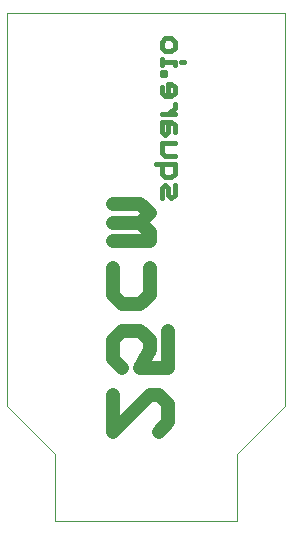
<source format=gbo>
G75*
%MOIN*%
%OFA0B0*%
%FSLAX25Y25*%
%IPPOS*%
%LPD*%
%AMOC8*
5,1,8,0,0,1.08239X$1,22.5*
%
%ADD10C,0.00000*%
%ADD11C,0.04600*%
%ADD12C,0.01500*%
D10*
X0065100Y0041600D02*
X0065100Y0064000D01*
X0049100Y0080000D01*
X0049100Y0211100D01*
X0141900Y0211100D01*
X0141900Y0080000D01*
X0125900Y0064000D01*
X0125900Y0041600D01*
X0065100Y0041600D01*
D11*
X0084374Y0071519D02*
X0096651Y0083796D01*
X0099720Y0083796D01*
X0102790Y0080726D01*
X0102790Y0074588D01*
X0099720Y0071519D01*
X0084374Y0071519D02*
X0084374Y0083796D01*
X0087443Y0092697D02*
X0084374Y0095766D01*
X0084374Y0101905D01*
X0087443Y0104974D01*
X0093582Y0104974D01*
X0096651Y0101905D01*
X0096651Y0098835D01*
X0093582Y0092697D01*
X0102790Y0092697D01*
X0102790Y0104974D01*
X0093582Y0113875D02*
X0096651Y0116944D01*
X0096651Y0126152D01*
X0096651Y0135053D02*
X0096651Y0138122D01*
X0093582Y0141191D01*
X0096651Y0144261D01*
X0093582Y0147330D01*
X0084374Y0147330D01*
X0084374Y0141191D02*
X0093582Y0141191D01*
X0096651Y0135053D02*
X0084374Y0135053D01*
X0084374Y0126152D02*
X0084374Y0116944D01*
X0087443Y0113875D01*
X0093582Y0113875D01*
D12*
X0100876Y0149483D02*
X0100876Y0152536D01*
X0101894Y0153553D01*
X0102911Y0152536D01*
X0102911Y0150501D01*
X0103929Y0149483D01*
X0104946Y0150501D01*
X0104946Y0153553D01*
X0103929Y0156481D02*
X0101894Y0156481D01*
X0100876Y0157499D01*
X0100876Y0160551D01*
X0098841Y0160551D02*
X0104946Y0160551D01*
X0104946Y0157499D01*
X0103929Y0156481D01*
X0104946Y0163479D02*
X0101894Y0163479D01*
X0100876Y0164497D01*
X0100876Y0167549D01*
X0104946Y0167549D01*
X0104946Y0171495D02*
X0104946Y0173530D01*
X0103929Y0174547D01*
X0100876Y0174547D01*
X0100876Y0171495D01*
X0101894Y0170477D01*
X0102911Y0171495D01*
X0102911Y0174547D01*
X0102911Y0177475D02*
X0104946Y0179510D01*
X0104946Y0180528D01*
X0103929Y0183307D02*
X0104946Y0184324D01*
X0104946Y0186359D01*
X0103929Y0187377D01*
X0102911Y0187377D01*
X0102911Y0183307D01*
X0101894Y0183307D02*
X0103929Y0183307D01*
X0101894Y0183307D02*
X0100876Y0184324D01*
X0100876Y0186359D01*
X0100876Y0190305D02*
X0100876Y0191322D01*
X0101894Y0191322D01*
X0101894Y0190305D01*
X0100876Y0190305D01*
X0100876Y0193804D02*
X0100876Y0195839D01*
X0100876Y0194821D02*
X0104946Y0194821D01*
X0104946Y0193804D01*
X0106981Y0194821D02*
X0107999Y0194821D01*
X0103929Y0198469D02*
X0101894Y0198469D01*
X0100876Y0199487D01*
X0100876Y0201522D01*
X0101894Y0202539D01*
X0103929Y0202539D01*
X0104946Y0201522D01*
X0104946Y0199487D01*
X0103929Y0198469D01*
X0104946Y0177475D02*
X0100876Y0177475D01*
M02*

</source>
